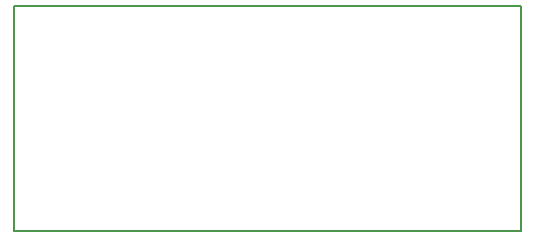
<source format=gbr>
G04 DipTrace 4.1.3.1*
G04 BoardOutline.gbr*
%MOIN*%
G04 #@! TF.FileFunction,Profile*
G04 #@! TF.Part,Single*
%ADD12C,0.005512*%
%FSLAX26Y26*%
G04*
G70*
G90*
G75*
G01*
G04 BoardOutline*
%LPD*%
X393701Y1141732D2*
D12*
X2086614D1*
Y393701D1*
X393701D1*
Y1141732D1*
M02*

</source>
